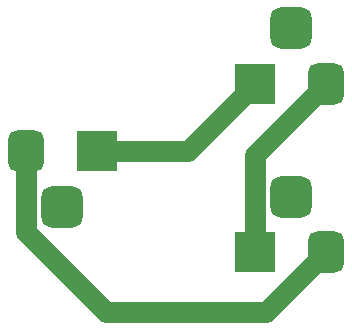
<source format=gbr>
%TF.GenerationSoftware,KiCad,Pcbnew,7.0.1*%
%TF.CreationDate,2024-02-10T15:33:11+01:00*%
%TF.ProjectId,Carte,43617274-652e-46b6-9963-61645f706362,rev?*%
%TF.SameCoordinates,Original*%
%TF.FileFunction,Copper,L1,Top*%
%TF.FilePolarity,Positive*%
%FSLAX46Y46*%
G04 Gerber Fmt 4.6, Leading zero omitted, Abs format (unit mm)*
G04 Created by KiCad (PCBNEW 7.0.1) date 2024-02-10 15:33:11*
%MOMM*%
%LPD*%
G01*
G04 APERTURE LIST*
G04 Aperture macros list*
%AMRoundRect*
0 Rectangle with rounded corners*
0 $1 Rounding radius*
0 $2 $3 $4 $5 $6 $7 $8 $9 X,Y pos of 4 corners*
0 Add a 4 corners polygon primitive as box body*
4,1,4,$2,$3,$4,$5,$6,$7,$8,$9,$2,$3,0*
0 Add four circle primitives for the rounded corners*
1,1,$1+$1,$2,$3*
1,1,$1+$1,$4,$5*
1,1,$1+$1,$6,$7*
1,1,$1+$1,$8,$9*
0 Add four rect primitives between the rounded corners*
20,1,$1+$1,$2,$3,$4,$5,0*
20,1,$1+$1,$4,$5,$6,$7,0*
20,1,$1+$1,$6,$7,$8,$9,0*
20,1,$1+$1,$8,$9,$2,$3,0*%
G04 Aperture macros list end*
%TA.AperFunction,ComponentPad*%
%ADD10RoundRect,0.875000X0.875000X0.875000X-0.875000X0.875000X-0.875000X-0.875000X0.875000X-0.875000X0*%
%TD*%
%TA.AperFunction,ComponentPad*%
%ADD11RoundRect,0.750000X0.750000X1.000000X-0.750000X1.000000X-0.750000X-1.000000X0.750000X-1.000000X0*%
%TD*%
%TA.AperFunction,ComponentPad*%
%ADD12R,3.500000X3.500000*%
%TD*%
%TA.AperFunction,ComponentPad*%
%ADD13RoundRect,0.750000X-0.750000X-1.000000X0.750000X-1.000000X0.750000X1.000000X-0.750000X1.000000X0*%
%TD*%
%TA.AperFunction,ComponentPad*%
%ADD14RoundRect,0.875000X-0.875000X-0.875000X0.875000X-0.875000X0.875000X0.875000X-0.875000X0.875000X0*%
%TD*%
%TA.AperFunction,Conductor*%
%ADD15C,1.800000*%
%TD*%
G04 APERTURE END LIST*
D10*
%TO.P,J3,3*%
%TO.N,Net-(J1-Pin_2)*%
X111300000Y-68960000D03*
D11*
%TO.P,J3,2,Pin_2*%
X114300000Y-73660000D03*
D12*
%TO.P,J3,1,Pin_1*%
X108300000Y-73660000D03*
%TD*%
%TO.P,J2,1,Pin_1*%
%TO.N,Net-(J1-Pin_1)*%
X108300000Y-59377500D03*
D11*
%TO.P,J2,2,Pin_2*%
%TO.N,Net-(J1-Pin_2)*%
X114300000Y-59377500D03*
D10*
%TO.P,J2,3*%
%TO.N,N/C*%
X111300000Y-54677500D03*
%TD*%
D12*
%TO.P,J1,1,Pin_1*%
%TO.N,Net-(J1-Pin_1)*%
X94900000Y-65082500D03*
D13*
%TO.P,J1,2,Pin_2*%
%TO.N,Net-(J1-Pin_2)*%
X88900000Y-65082500D03*
D14*
%TO.P,J1,3*%
X91900000Y-69782500D03*
%TD*%
D15*
%TO.N,Net-(J1-Pin_2)*%
X108300000Y-65377500D02*
X114300000Y-59377500D01*
X108300000Y-73660000D02*
X108300000Y-65377500D01*
X109220000Y-78740000D02*
X95695222Y-78740000D01*
X95695222Y-78740000D02*
X88900000Y-71944778D01*
X88900000Y-71944778D02*
X88900000Y-65082500D01*
X114300000Y-73660000D02*
X109220000Y-78740000D01*
%TO.N,Net-(J1-Pin_1)*%
X94900000Y-65082500D02*
X102595000Y-65082500D01*
X102595000Y-65082500D02*
X108300000Y-59377500D01*
%TD*%
M02*

</source>
